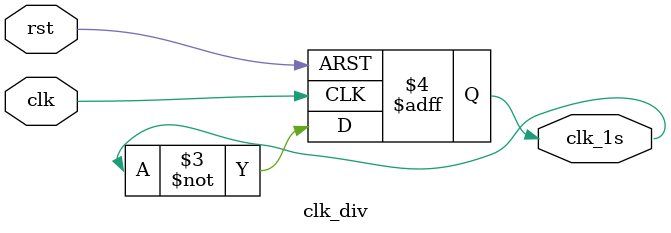
<source format=v>
module clk_div(clk,rst,clk_1s);

input clk;
input rst;
output clk_1s;

reg clk_1s;


always @(posedge clk,negedge rst)begin
   if(!rst)
      clk_1s<=1'b0;
   else 
		clk_1s<=~clk_1s;
end

endmodule
</source>
